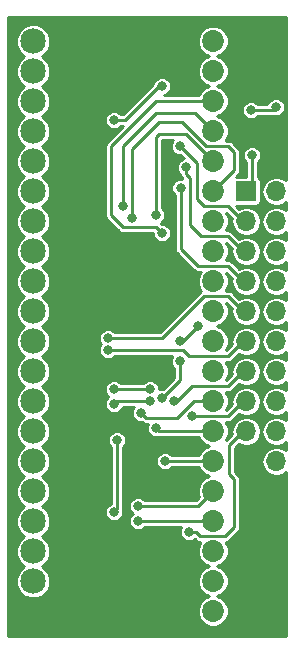
<source format=gbr>
G04 #@! TF.GenerationSoftware,KiCad,Pcbnew,(5.0.0)*
G04 #@! TF.CreationDate,2019-04-25T10:06:30+02:00*
G04 #@! TF.ProjectId,c64board,633634626F6172642E6B696361645F70,rev?*
G04 #@! TF.SameCoordinates,Original*
G04 #@! TF.FileFunction,Copper,L2,Bot,Signal*
G04 #@! TF.FilePolarity,Positive*
%FSLAX46Y46*%
G04 Gerber Fmt 4.6, Leading zero omitted, Abs format (unit mm)*
G04 Created by KiCad (PCBNEW (5.0.0)) date 04/25/19 10:06:30*
%MOMM*%
%LPD*%
G01*
G04 APERTURE LIST*
G04 #@! TA.AperFunction,ComponentPad*
%ADD10R,1.700000X1.700000*%
G04 #@! TD*
G04 #@! TA.AperFunction,ComponentPad*
%ADD11O,1.700000X1.700000*%
G04 #@! TD*
G04 #@! TA.AperFunction,ComponentPad*
%ADD12C,1.854200*%
G04 #@! TD*
G04 #@! TA.AperFunction,ComponentPad*
%ADD13C,2.159000*%
G04 #@! TD*
G04 #@! TA.AperFunction,ViaPad*
%ADD14C,0.800000*%
G04 #@! TD*
G04 #@! TA.AperFunction,Conductor*
%ADD15C,0.250000*%
G04 #@! TD*
G04 APERTURE END LIST*
D10*
G04 #@! TO.P,J1,1*
G04 #@! TO.N,DB7*
X152654000Y-68580000D03*
D11*
G04 #@! TO.P,J1,2*
G04 #@! TO.N,DB6*
X155194000Y-68580000D03*
G04 #@! TO.P,J1,3*
G04 #@! TO.N,DB5*
X152654000Y-71120000D03*
G04 #@! TO.P,J1,4*
G04 #@! TO.N,DB4*
X155194000Y-71120000D03*
G04 #@! TO.P,J1,5*
G04 #@! TO.N,DB3*
X152654000Y-73660000D03*
G04 #@! TO.P,J1,6*
G04 #@! TO.N,DB2*
X155194000Y-73660000D03*
G04 #@! TO.P,J1,7*
G04 #@! TO.N,DB1*
X152654000Y-76200000D03*
G04 #@! TO.P,J1,8*
G04 #@! TO.N,DB0*
X155194000Y-76200000D03*
G04 #@! TO.P,J1,9*
G04 #@! TO.N,DB11_A5*
X152654000Y-78740000D03*
G04 #@! TO.P,J1,10*
G04 #@! TO.N,DB10_A4*
X155194000Y-78740000D03*
G04 #@! TO.P,J1,11*
G04 #@! TO.N,DB9_A3*
X152654000Y-81280000D03*
G04 #@! TO.P,J1,12*
G04 #@! TO.N,DB8_A2*
X155194000Y-81280000D03*
G04 #@! TO.P,J1,13*
G04 #@! TO.N,A1*
X152654000Y-83820000D03*
G04 #@! TO.P,J1,14*
G04 #@! TO.N,A0*
X155194000Y-83820000D03*
G04 #@! TO.P,J1,15*
G04 #@! TO.N,CS*
X152654000Y-86360000D03*
G04 #@! TO.P,J1,16*
G04 #@! TO.N,RW*
X155194000Y-86360000D03*
G04 #@! TO.P,J1,17*
G04 #@! TO.N,BA*
X152654000Y-88900000D03*
G04 #@! TO.P,J1,18*
G04 #@! TO.N,AEC*
X155194000Y-88900000D03*
G04 #@! TO.P,J1,19*
G04 #@! TO.N,GND*
X152654000Y-91440000D03*
G04 #@! TO.P,J1,20*
G04 #@! TO.N,PHI0*
X155194000Y-91440000D03*
G04 #@! TD*
D12*
G04 #@! TO.P,U1,40*
G04 #@! TO.N,+5V*
X149860000Y-55880000D03*
G04 #@! TO.P,U1,39*
G04 #@! TO.N,Net-(U1-Pad39)*
X149860000Y-58420000D03*
G04 #@! TO.P,U1,38*
G04 #@! TO.N,Net-(U1-Pad38)*
X149860000Y-60960000D03*
G04 #@! TO.P,U1,37*
G04 #@! TO.N,Net-(U1-Pad37)*
X149860000Y-63500000D03*
G04 #@! TO.P,U1,36*
G04 #@! TO.N,Net-(U1-Pad36)*
X149860000Y-66040000D03*
G04 #@! TO.P,U1,35*
G04 #@! TO.N,Net-(U1-Pad35)*
X149860000Y-68580000D03*
G04 #@! TO.P,U1,34*
G04 #@! TO.N,Net-(U1-Pad34)*
X149860000Y-71120000D03*
G04 #@! TO.P,U1,33*
G04 #@! TO.N,Net-(U1-Pad33)*
X149860000Y-73660000D03*
G04 #@! TO.P,U1,32*
G04 #@! TO.N,Net-(U1-Pad32)*
X149860000Y-76200000D03*
G04 #@! TO.P,U1,31*
G04 #@! TO.N,Net-(U1-Pad31)*
X149860000Y-78740000D03*
G04 #@! TO.P,U1,30*
G04 #@! TO.N,Net-(U1-Pad30)*
X149860000Y-81280000D03*
G04 #@! TO.P,U1,29*
G04 #@! TO.N,Net-(U1-Pad29)*
X149860000Y-83820000D03*
G04 #@! TO.P,U1,28*
G04 #@! TO.N,Net-(U1-Pad28)*
X149860000Y-86360000D03*
G04 #@! TO.P,U1,27*
G04 #@! TO.N,Net-(U1-Pad27)*
X149860000Y-88900000D03*
G04 #@! TO.P,U1,26*
G04 #@! TO.N,Net-(U1-Pad26)*
X149860000Y-91440000D03*
G04 #@! TO.P,U1,25*
G04 #@! TO.N,Net-(U1-Pad25)*
X149860000Y-93980000D03*
G04 #@! TO.P,U1,24*
G04 #@! TO.N,Net-(U1-Pad24)*
X149860000Y-96520000D03*
G04 #@! TO.P,U1,23*
G04 #@! TO.N,Net-(U1-Pad23)*
X149860000Y-99060000D03*
G04 #@! TO.P,U1,22*
G04 #@! TO.N,Net-(U1-Pad22)*
X149860000Y-101600000D03*
G04 #@! TO.P,U1,21*
G04 #@! TO.N,Net-(U1-Pad21)*
X149860000Y-104140000D03*
D13*
G04 #@! TO.P,U1,20*
G04 #@! TO.N,GND*
X134620000Y-104140000D03*
G04 #@! TO.P,U1,19*
G04 #@! TO.N,Net-(U1-Pad19)*
X134620000Y-101600000D03*
G04 #@! TO.P,U1,18*
G04 #@! TO.N,Net-(U1-Pad18)*
X134620000Y-99060000D03*
G04 #@! TO.P,U1,17*
G04 #@! TO.N,Net-(U1-Pad17)*
X134620000Y-96520000D03*
G04 #@! TO.P,U1,16*
G04 #@! TO.N,Net-(U1-Pad16)*
X134620000Y-93980000D03*
G04 #@! TO.P,U1,15*
G04 #@! TO.N,Net-(U1-Pad15)*
X134620000Y-91440000D03*
G04 #@! TO.P,U1,14*
G04 #@! TO.N,Net-(U1-Pad14)*
X134620000Y-88900000D03*
G04 #@! TO.P,U1,13*
G04 #@! TO.N,Net-(U1-Pad13)*
X134620000Y-86360000D03*
G04 #@! TO.P,U1,12*
G04 #@! TO.N,Net-(U1-Pad12)*
X134620000Y-83820000D03*
G04 #@! TO.P,U1,11*
G04 #@! TO.N,Net-(U1-Pad11)*
X134620000Y-81280000D03*
G04 #@! TO.P,U1,9*
G04 #@! TO.N,Net-(U1-Pad9)*
X134620000Y-76200000D03*
G04 #@! TO.P,U1,8*
G04 #@! TO.N,Net-(U1-Pad8)*
X134620000Y-73660000D03*
G04 #@! TO.P,U1,7*
G04 #@! TO.N,Net-(U1-Pad7)*
X134620000Y-71120000D03*
G04 #@! TO.P,U1,6*
G04 #@! TO.N,Net-(U1-Pad6)*
X134620000Y-68580000D03*
G04 #@! TO.P,U1,5*
G04 #@! TO.N,Net-(U1-Pad5)*
X134620000Y-66040000D03*
G04 #@! TO.P,U1,4*
G04 #@! TO.N,Net-(U1-Pad4)*
X134620000Y-63500000D03*
G04 #@! TO.P,U1,3*
G04 #@! TO.N,Net-(U1-Pad3)*
X134620000Y-60960000D03*
G04 #@! TO.P,U1,2*
G04 #@! TO.N,Net-(U1-Pad2)*
X134620000Y-58420000D03*
G04 #@! TO.P,U1,1*
G04 #@! TO.N,Net-(U1-Pad1)*
X134620000Y-55880000D03*
G04 #@! TO.P,U1,10*
G04 #@! TO.N,Net-(U1-Pad10)*
X134620000Y-78740000D03*
G04 #@! TD*
D14*
G04 #@! TO.N,+5V*
X153040000Y-61722000D03*
X155194000Y-61468000D03*
G04 #@! TO.N,GND*
X141224000Y-98044000D03*
X141224000Y-99314000D03*
X154940000Y-64770000D03*
X142748000Y-93980000D03*
X140970000Y-83566000D03*
X137668000Y-68072000D03*
X140208000Y-59690000D03*
X154432000Y-54356000D03*
X140208000Y-76200000D03*
X140461990Y-91440000D03*
X146812000Y-59690000D03*
X143675381Y-79900991D03*
G04 #@! TO.N,DB7*
X152400000Y-68580000D03*
X153162000Y-65531996D03*
G04 #@! TO.N,DB5*
X147061338Y-64774658D03*
G04 #@! TO.N,DB3*
X147569347Y-66552653D03*
G04 #@! TO.N,DB1*
X147103000Y-68288725D03*
G04 #@! TO.N,DB11_A5*
X140970000Y-81026000D03*
G04 #@! TO.N,DB10_A4*
X147066000Y-81280000D03*
X148590000Y-80010000D03*
G04 #@! TO.N,DB9_A3*
X140970000Y-82042000D03*
G04 #@! TO.N,A1*
X146558000Y-86360000D03*
G04 #@! TO.N,CS*
X148077347Y-87625347D03*
G04 #@! TO.N,BA*
X147823347Y-97420000D03*
G04 #@! TO.N,AEC*
X141732002Y-89662000D03*
X141478000Y-95758000D03*
G04 #@! TO.N,Net-(U1-Pad39)*
X141478000Y-62570000D03*
X145542000Y-59690000D03*
G04 #@! TO.N,Net-(U1-Pad38)*
X145542000Y-72136000D03*
G04 #@! TO.N,Net-(U1-Pad37)*
X142240000Y-69850000D03*
G04 #@! TO.N,Net-(U1-Pad36)*
X145034000Y-70612000D03*
G04 #@! TO.N,Net-(U1-Pad35)*
X143002000Y-70866000D03*
G04 #@! TO.N,Net-(U1-Pad29)*
X144526000Y-85344000D03*
X141447979Y-85344000D03*
G04 #@! TO.N,Net-(U1-Pad28)*
X143764000Y-87376000D03*
G04 #@! TO.N,Net-(U1-Pad27)*
X145034000Y-88646000D03*
X144526000Y-86360000D03*
X141447979Y-86614000D03*
G04 #@! TO.N,Net-(U1-Pad26)*
X145796000Y-91440000D03*
X145542000Y-86069000D03*
X147021875Y-82980010D03*
G04 #@! TO.N,Net-(U1-Pad25)*
X143510000Y-95250000D03*
G04 #@! TO.N,Net-(U1-Pad24)*
X143510000Y-96520000D03*
G04 #@! TD*
D15*
G04 #@! TO.N,+5V*
X153040000Y-61722000D02*
X154940000Y-61722000D01*
X154940000Y-61722000D02*
X155194000Y-61468000D01*
G04 #@! TO.N,DB7*
X153162000Y-66040000D02*
X153162000Y-65531996D01*
X152400000Y-68580000D02*
X153162000Y-67818000D01*
X153162000Y-67818000D02*
X153162000Y-66040000D01*
G04 #@! TO.N,DB5*
X148481999Y-69233999D02*
X148481999Y-66195319D01*
X148481999Y-66195319D02*
X147461337Y-65174657D01*
X147461337Y-65174657D02*
X147061338Y-64774658D01*
X149080101Y-69832101D02*
X148481999Y-69233999D01*
X152400000Y-71120000D02*
X151112101Y-69832101D01*
X151112101Y-69832101D02*
X149080101Y-69832101D01*
G04 #@! TO.N,DB3*
X147885990Y-67434981D02*
X147885990Y-71431990D01*
X147569347Y-66552653D02*
X147569347Y-67118338D01*
X147569347Y-67118338D02*
X147885990Y-67434981D01*
X147885990Y-71431990D02*
X148844000Y-72390000D01*
X151130000Y-72390000D02*
X152400000Y-73660000D01*
X148844000Y-72390000D02*
X151130000Y-72390000D01*
G04 #@! TO.N,DB1*
X151112101Y-74912101D02*
X152400000Y-76200000D01*
X148572101Y-74912101D02*
X151112101Y-74912101D01*
X147103000Y-68288725D02*
X147103000Y-73443000D01*
X147103000Y-73443000D02*
X148572101Y-74912101D01*
G04 #@! TO.N,DB11_A5*
X145542000Y-81026000D02*
X140970000Y-81026000D01*
X149080101Y-77487899D02*
X145542000Y-81026000D01*
X152400000Y-78740000D02*
X151147899Y-77487899D01*
X151147899Y-77487899D02*
X149080101Y-77487899D01*
G04 #@! TO.N,DB10_A4*
X147066000Y-81280000D02*
X147320000Y-81280000D01*
X147320000Y-81280000D02*
X148590000Y-80010000D01*
G04 #@! TO.N,DB9_A3*
X141535685Y-82042000D02*
X140970000Y-82042000D01*
X152400000Y-81280000D02*
X151130000Y-82550000D01*
X151130000Y-82550000D02*
X147828000Y-82550000D01*
X147320000Y-82042000D02*
X141535685Y-82042000D01*
X147828000Y-82550000D02*
X147320000Y-82042000D01*
G04 #@! TO.N,A1*
X151112101Y-85107899D02*
X152400000Y-83820000D01*
X148064101Y-85107899D02*
X151112101Y-85107899D01*
X146558000Y-86360000D02*
X146812000Y-86360000D01*
X146812000Y-86360000D02*
X148064101Y-85107899D01*
G04 #@! TO.N,CS*
X151550001Y-87209999D02*
X152400000Y-86360000D01*
X151147899Y-87612101D02*
X151550001Y-87209999D01*
X149115899Y-87612101D02*
X151147899Y-87612101D01*
X149102653Y-87625347D02*
X149115899Y-87612101D01*
X148077347Y-87625347D02*
X149102653Y-87625347D01*
G04 #@! TO.N,BA*
X151224999Y-90075001D02*
X151550001Y-89749999D01*
X151224999Y-92550999D02*
X151224999Y-90075001D01*
X148389032Y-97420000D02*
X148759032Y-97790000D01*
X147823347Y-97420000D02*
X148389032Y-97420000D01*
X148759032Y-97790000D02*
X150876000Y-97790000D01*
X151550001Y-89749999D02*
X152400000Y-88900000D01*
X150876000Y-97790000D02*
X151638000Y-97028000D01*
X151638000Y-97028000D02*
X151638000Y-92964000D01*
X151638000Y-92964000D02*
X151224999Y-92550999D01*
G04 #@! TO.N,AEC*
X141732002Y-95503998D02*
X141478000Y-95758000D01*
X141732002Y-89662000D02*
X141732002Y-95503998D01*
G04 #@! TO.N,Net-(U1-Pad39)*
X145288000Y-59690000D02*
X145542000Y-59690000D01*
X141478000Y-62570000D02*
X142408000Y-62570000D01*
X142408000Y-62570000D02*
X145288000Y-59690000D01*
G04 #@! TO.N,Net-(U1-Pad38)*
X145034000Y-71628000D02*
X145542000Y-72136000D01*
X142240000Y-71628000D02*
X145034000Y-71628000D01*
X141224000Y-70612000D02*
X142240000Y-71628000D01*
X141224000Y-64770000D02*
X141224000Y-70612000D01*
X149860000Y-60960000D02*
X145034000Y-60960000D01*
X145034000Y-60960000D02*
X141224000Y-64770000D01*
G04 #@! TO.N,Net-(U1-Pad37)*
X142240000Y-69284315D02*
X142240000Y-69850000D01*
X142240000Y-64770000D02*
X142240000Y-69284315D01*
X145034000Y-61976000D02*
X142240000Y-64770000D01*
X149860000Y-63500000D02*
X148336000Y-61976000D01*
X148336000Y-61976000D02*
X145034000Y-61976000D01*
G04 #@! TO.N,Net-(U1-Pad36)*
X149860000Y-66040000D02*
X147574000Y-63754000D01*
X147574000Y-63754000D02*
X145288000Y-63754000D01*
X145034000Y-64008000D02*
X145034000Y-70046315D01*
X145034000Y-70046315D02*
X145034000Y-70612000D01*
X145288000Y-63754000D02*
X145034000Y-64008000D01*
G04 #@! TO.N,Net-(U1-Pad35)*
X147194410Y-62738000D02*
X145288000Y-62738000D01*
X145288000Y-62738000D02*
X143002000Y-65024000D01*
X143002000Y-65024000D02*
X143002000Y-70300315D01*
X151638000Y-65278000D02*
X151147899Y-64787899D01*
X149860000Y-68580000D02*
X151638000Y-66802000D01*
X151147899Y-64787899D02*
X149244309Y-64787899D01*
X149244309Y-64787899D02*
X147194410Y-62738000D01*
X143002000Y-70300315D02*
X143002000Y-70866000D01*
X151638000Y-66802000D02*
X151638000Y-65278000D01*
G04 #@! TO.N,Net-(U1-Pad29)*
X144526000Y-85344000D02*
X141447979Y-85344000D01*
G04 #@! TO.N,Net-(U1-Pad28)*
X148548883Y-86360000D02*
X149860000Y-86360000D01*
X148210410Y-86360000D02*
X148548883Y-86360000D01*
X146794411Y-87775999D02*
X148210410Y-86360000D01*
X144163999Y-87775999D02*
X146794411Y-87775999D01*
X143764000Y-87376000D02*
X144163999Y-87775999D01*
G04 #@! TO.N,Net-(U1-Pad27)*
X149860000Y-88900000D02*
X145288000Y-88900000D01*
X145288000Y-88900000D02*
X145034000Y-88646000D01*
X141701979Y-86360000D02*
X141447979Y-86614000D01*
X144526000Y-86360000D02*
X141701979Y-86360000D01*
G04 #@! TO.N,Net-(U1-Pad26)*
X149860000Y-91440000D02*
X145796000Y-91440000D01*
X145542000Y-86069000D02*
X147021875Y-84589125D01*
X147021875Y-84589125D02*
X147021875Y-83545695D01*
X147021875Y-83545695D02*
X147021875Y-82980010D01*
G04 #@! TO.N,Net-(U1-Pad25)*
X149860000Y-93980000D02*
X148590000Y-95250000D01*
X148590000Y-95250000D02*
X143510000Y-95250000D01*
G04 #@! TO.N,Net-(U1-Pad24)*
X149860000Y-96520000D02*
X143510000Y-96520000D01*
G04 #@! TD*
G04 #@! TO.N,GND*
G36*
X156014000Y-67654611D02*
X155671971Y-67426075D01*
X155314652Y-67355000D01*
X155073348Y-67355000D01*
X154716029Y-67426075D01*
X154310824Y-67696824D01*
X154040075Y-68102029D01*
X153945001Y-68580000D01*
X154040075Y-69057971D01*
X154310824Y-69463176D01*
X154716029Y-69733925D01*
X155073348Y-69805000D01*
X155314652Y-69805000D01*
X155671971Y-69733925D01*
X156014000Y-69505389D01*
X156014000Y-70194611D01*
X155671971Y-69966075D01*
X155314652Y-69895000D01*
X155073348Y-69895000D01*
X154716029Y-69966075D01*
X154310824Y-70236824D01*
X154040075Y-70642029D01*
X153945001Y-71120000D01*
X154040075Y-71597971D01*
X154310824Y-72003176D01*
X154716029Y-72273925D01*
X155073348Y-72345000D01*
X155314652Y-72345000D01*
X155671971Y-72273925D01*
X156014000Y-72045389D01*
X156014000Y-72734611D01*
X155671971Y-72506075D01*
X155314652Y-72435000D01*
X155073348Y-72435000D01*
X154716029Y-72506075D01*
X154310824Y-72776824D01*
X154040075Y-73182029D01*
X153945001Y-73660000D01*
X154040075Y-74137971D01*
X154310824Y-74543176D01*
X154716029Y-74813925D01*
X155073348Y-74885000D01*
X155314652Y-74885000D01*
X155671971Y-74813925D01*
X156014000Y-74585389D01*
X156014000Y-75274611D01*
X155671971Y-75046075D01*
X155314652Y-74975000D01*
X155073348Y-74975000D01*
X154716029Y-75046075D01*
X154310824Y-75316824D01*
X154040075Y-75722029D01*
X153945001Y-76200000D01*
X154040075Y-76677971D01*
X154310824Y-77083176D01*
X154716029Y-77353925D01*
X155073348Y-77425000D01*
X155314652Y-77425000D01*
X155671971Y-77353925D01*
X156014000Y-77125389D01*
X156014000Y-77814612D01*
X155671971Y-77586075D01*
X155314652Y-77515000D01*
X155073348Y-77515000D01*
X154716029Y-77586075D01*
X154310824Y-77856824D01*
X154040075Y-78262029D01*
X153945001Y-78740000D01*
X154040075Y-79217971D01*
X154310824Y-79623176D01*
X154716029Y-79893925D01*
X155073348Y-79965000D01*
X155314652Y-79965000D01*
X155671971Y-79893925D01*
X156014000Y-79665388D01*
X156014001Y-80354612D01*
X155671971Y-80126075D01*
X155314652Y-80055000D01*
X155073348Y-80055000D01*
X154716029Y-80126075D01*
X154310824Y-80396824D01*
X154040075Y-80802029D01*
X153945001Y-81280000D01*
X154040075Y-81757971D01*
X154310824Y-82163176D01*
X154716029Y-82433925D01*
X155073348Y-82505000D01*
X155314652Y-82505000D01*
X155671971Y-82433925D01*
X156014001Y-82205388D01*
X156014001Y-82894612D01*
X155671971Y-82666075D01*
X155314652Y-82595000D01*
X155073348Y-82595000D01*
X154716029Y-82666075D01*
X154310824Y-82936824D01*
X154040075Y-83342029D01*
X153945001Y-83820000D01*
X154040075Y-84297971D01*
X154310824Y-84703176D01*
X154716029Y-84973925D01*
X155073348Y-85045000D01*
X155314652Y-85045000D01*
X155671971Y-84973925D01*
X156014001Y-84745388D01*
X156014001Y-85434612D01*
X155671971Y-85206075D01*
X155314652Y-85135000D01*
X155073348Y-85135000D01*
X154716029Y-85206075D01*
X154310824Y-85476824D01*
X154040075Y-85882029D01*
X153945001Y-86360000D01*
X154040075Y-86837971D01*
X154310824Y-87243176D01*
X154716029Y-87513925D01*
X155073348Y-87585000D01*
X155314652Y-87585000D01*
X155671971Y-87513925D01*
X156014001Y-87285388D01*
X156014001Y-87974612D01*
X155671971Y-87746075D01*
X155314652Y-87675000D01*
X155073348Y-87675000D01*
X154716029Y-87746075D01*
X154310824Y-88016824D01*
X154040075Y-88422029D01*
X153945001Y-88900000D01*
X154040075Y-89377971D01*
X154310824Y-89783176D01*
X154716029Y-90053925D01*
X155073348Y-90125000D01*
X155314652Y-90125000D01*
X155671971Y-90053925D01*
X156014001Y-89825388D01*
X156014001Y-90514612D01*
X155671971Y-90286075D01*
X155314652Y-90215000D01*
X155073348Y-90215000D01*
X154716029Y-90286075D01*
X154310824Y-90556824D01*
X154040075Y-90962029D01*
X153945001Y-91440000D01*
X154040075Y-91917971D01*
X154310824Y-92323176D01*
X154716029Y-92593925D01*
X155073348Y-92665000D01*
X155314652Y-92665000D01*
X155671971Y-92593925D01*
X156014001Y-92365388D01*
X156014001Y-106230000D01*
X132530000Y-106230000D01*
X132530000Y-55590682D01*
X133165500Y-55590682D01*
X133165500Y-56169318D01*
X133386935Y-56703908D01*
X133796092Y-57113065D01*
X133885261Y-57150000D01*
X133796092Y-57186935D01*
X133386935Y-57596092D01*
X133165500Y-58130682D01*
X133165500Y-58709318D01*
X133386935Y-59243908D01*
X133796092Y-59653065D01*
X133885261Y-59690000D01*
X133796092Y-59726935D01*
X133386935Y-60136092D01*
X133165500Y-60670682D01*
X133165500Y-61249318D01*
X133386935Y-61783908D01*
X133796092Y-62193065D01*
X133885261Y-62230000D01*
X133796092Y-62266935D01*
X133386935Y-62676092D01*
X133165500Y-63210682D01*
X133165500Y-63789318D01*
X133386935Y-64323908D01*
X133796092Y-64733065D01*
X133885261Y-64770000D01*
X133796092Y-64806935D01*
X133386935Y-65216092D01*
X133165500Y-65750682D01*
X133165500Y-66329318D01*
X133386935Y-66863908D01*
X133796092Y-67273065D01*
X133885261Y-67310000D01*
X133796092Y-67346935D01*
X133386935Y-67756092D01*
X133165500Y-68290682D01*
X133165500Y-68869318D01*
X133386935Y-69403908D01*
X133796092Y-69813065D01*
X133885261Y-69850000D01*
X133796092Y-69886935D01*
X133386935Y-70296092D01*
X133165500Y-70830682D01*
X133165500Y-71409318D01*
X133386935Y-71943908D01*
X133796092Y-72353065D01*
X133885261Y-72390000D01*
X133796092Y-72426935D01*
X133386935Y-72836092D01*
X133165500Y-73370682D01*
X133165500Y-73949318D01*
X133386935Y-74483908D01*
X133796092Y-74893065D01*
X133885261Y-74930000D01*
X133796092Y-74966935D01*
X133386935Y-75376092D01*
X133165500Y-75910682D01*
X133165500Y-76489318D01*
X133386935Y-77023908D01*
X133796092Y-77433065D01*
X133885261Y-77470000D01*
X133796092Y-77506935D01*
X133386935Y-77916092D01*
X133165500Y-78450682D01*
X133165500Y-79029318D01*
X133386935Y-79563908D01*
X133796092Y-79973065D01*
X133885261Y-80010000D01*
X133796092Y-80046935D01*
X133386935Y-80456092D01*
X133165500Y-80990682D01*
X133165500Y-81569318D01*
X133386935Y-82103908D01*
X133796092Y-82513065D01*
X133885261Y-82550000D01*
X133796092Y-82586935D01*
X133386935Y-82996092D01*
X133165500Y-83530682D01*
X133165500Y-84109318D01*
X133386935Y-84643908D01*
X133796092Y-85053065D01*
X133885261Y-85090000D01*
X133796092Y-85126935D01*
X133386935Y-85536092D01*
X133165500Y-86070682D01*
X133165500Y-86649318D01*
X133386935Y-87183908D01*
X133796092Y-87593065D01*
X133885261Y-87630000D01*
X133796092Y-87666935D01*
X133386935Y-88076092D01*
X133165500Y-88610682D01*
X133165500Y-89189318D01*
X133386935Y-89723908D01*
X133796092Y-90133065D01*
X133885261Y-90170000D01*
X133796092Y-90206935D01*
X133386935Y-90616092D01*
X133165500Y-91150682D01*
X133165500Y-91729318D01*
X133386935Y-92263908D01*
X133796092Y-92673065D01*
X133885261Y-92710000D01*
X133796092Y-92746935D01*
X133386935Y-93156092D01*
X133165500Y-93690682D01*
X133165500Y-94269318D01*
X133386935Y-94803908D01*
X133796092Y-95213065D01*
X133885261Y-95250000D01*
X133796092Y-95286935D01*
X133386935Y-95696092D01*
X133165500Y-96230682D01*
X133165500Y-96809318D01*
X133386935Y-97343908D01*
X133796092Y-97753065D01*
X133885261Y-97790000D01*
X133796092Y-97826935D01*
X133386935Y-98236092D01*
X133165500Y-98770682D01*
X133165500Y-99349318D01*
X133386935Y-99883908D01*
X133796092Y-100293065D01*
X133885261Y-100330000D01*
X133796092Y-100366935D01*
X133386935Y-100776092D01*
X133165500Y-101310682D01*
X133165500Y-101889318D01*
X133386935Y-102423908D01*
X133796092Y-102833065D01*
X134330682Y-103054500D01*
X134909318Y-103054500D01*
X135443908Y-102833065D01*
X135853065Y-102423908D01*
X136074500Y-101889318D01*
X136074500Y-101310682D01*
X135853065Y-100776092D01*
X135443908Y-100366935D01*
X135354739Y-100330000D01*
X135443908Y-100293065D01*
X135853065Y-99883908D01*
X136074500Y-99349318D01*
X136074500Y-98770682D01*
X135853065Y-98236092D01*
X135443908Y-97826935D01*
X135354739Y-97790000D01*
X135443908Y-97753065D01*
X135853065Y-97343908D01*
X136074500Y-96809318D01*
X136074500Y-96230682D01*
X135853065Y-95696092D01*
X135760816Y-95603843D01*
X140703000Y-95603843D01*
X140703000Y-95912157D01*
X140820987Y-96197002D01*
X141038998Y-96415013D01*
X141323843Y-96533000D01*
X141632157Y-96533000D01*
X141917002Y-96415013D01*
X142135013Y-96197002D01*
X142253000Y-95912157D01*
X142253000Y-95603843D01*
X142232014Y-95553179D01*
X142241797Y-95503999D01*
X142232002Y-95454757D01*
X142232002Y-90258015D01*
X142389015Y-90101002D01*
X142507002Y-89816157D01*
X142507002Y-89507843D01*
X142389015Y-89222998D01*
X142171004Y-89004987D01*
X141886159Y-88887000D01*
X141577845Y-88887000D01*
X141293000Y-89004987D01*
X141074989Y-89222998D01*
X140957002Y-89507843D01*
X140957002Y-89816157D01*
X141074989Y-90101002D01*
X141232002Y-90258015D01*
X141232003Y-95021042D01*
X141038998Y-95100987D01*
X140820987Y-95318998D01*
X140703000Y-95603843D01*
X135760816Y-95603843D01*
X135443908Y-95286935D01*
X135354739Y-95250000D01*
X135443908Y-95213065D01*
X135853065Y-94803908D01*
X136074500Y-94269318D01*
X136074500Y-93690682D01*
X135853065Y-93156092D01*
X135443908Y-92746935D01*
X135354739Y-92710000D01*
X135443908Y-92673065D01*
X135853065Y-92263908D01*
X136074500Y-91729318D01*
X136074500Y-91150682D01*
X135853065Y-90616092D01*
X135443908Y-90206935D01*
X135354739Y-90170000D01*
X135443908Y-90133065D01*
X135853065Y-89723908D01*
X136074500Y-89189318D01*
X136074500Y-88610682D01*
X135853065Y-88076092D01*
X135443908Y-87666935D01*
X135354739Y-87630000D01*
X135443908Y-87593065D01*
X135853065Y-87183908D01*
X136074500Y-86649318D01*
X136074500Y-86070682D01*
X135853065Y-85536092D01*
X135443908Y-85126935D01*
X135354739Y-85090000D01*
X135443908Y-85053065D01*
X135853065Y-84643908D01*
X136074500Y-84109318D01*
X136074500Y-83530682D01*
X135853065Y-82996092D01*
X135443908Y-82586935D01*
X135354739Y-82550000D01*
X135443908Y-82513065D01*
X135853065Y-82103908D01*
X136074500Y-81569318D01*
X136074500Y-80990682D01*
X136025276Y-80871843D01*
X140195000Y-80871843D01*
X140195000Y-81180157D01*
X140312987Y-81465002D01*
X140381985Y-81534000D01*
X140312987Y-81602998D01*
X140195000Y-81887843D01*
X140195000Y-82196157D01*
X140312987Y-82481002D01*
X140530998Y-82699013D01*
X140815843Y-82817000D01*
X141124157Y-82817000D01*
X141409002Y-82699013D01*
X141566015Y-82542000D01*
X146364451Y-82542000D01*
X146246875Y-82825853D01*
X146246875Y-83134167D01*
X146364862Y-83419012D01*
X146521875Y-83576025D01*
X146521875Y-83594937D01*
X146521876Y-83594942D01*
X146521875Y-84382018D01*
X145609894Y-85294000D01*
X145387843Y-85294000D01*
X145301000Y-85329972D01*
X145301000Y-85189843D01*
X145183013Y-84904998D01*
X144965002Y-84686987D01*
X144680157Y-84569000D01*
X144371843Y-84569000D01*
X144086998Y-84686987D01*
X143929985Y-84844000D01*
X142043994Y-84844000D01*
X141886981Y-84686987D01*
X141602136Y-84569000D01*
X141293822Y-84569000D01*
X141008977Y-84686987D01*
X140790966Y-84904998D01*
X140672979Y-85189843D01*
X140672979Y-85498157D01*
X140790966Y-85783002D01*
X140986964Y-85979000D01*
X140790966Y-86174998D01*
X140672979Y-86459843D01*
X140672979Y-86768157D01*
X140790966Y-87053002D01*
X141008977Y-87271013D01*
X141293822Y-87389000D01*
X141602136Y-87389000D01*
X141886981Y-87271013D01*
X142104992Y-87053002D01*
X142184936Y-86860000D01*
X143183985Y-86860000D01*
X143106987Y-86936998D01*
X142989000Y-87221843D01*
X142989000Y-87530157D01*
X143106987Y-87815002D01*
X143324998Y-88033013D01*
X143609843Y-88151000D01*
X143825251Y-88151000D01*
X143968909Y-88246988D01*
X144114756Y-88275999D01*
X144114757Y-88275999D01*
X144163998Y-88285794D01*
X144213240Y-88275999D01*
X144348406Y-88275999D01*
X144259000Y-88491843D01*
X144259000Y-88800157D01*
X144376987Y-89085002D01*
X144594998Y-89303013D01*
X144879843Y-89421000D01*
X145188157Y-89421000D01*
X145238824Y-89400013D01*
X145287999Y-89409795D01*
X145337240Y-89400000D01*
X148657724Y-89400000D01*
X148756133Y-89637581D01*
X149122419Y-90003867D01*
X149523500Y-90170000D01*
X149122419Y-90336133D01*
X148756133Y-90702419D01*
X148657724Y-90940000D01*
X146392015Y-90940000D01*
X146235002Y-90782987D01*
X145950157Y-90665000D01*
X145641843Y-90665000D01*
X145356998Y-90782987D01*
X145138987Y-91000998D01*
X145021000Y-91285843D01*
X145021000Y-91594157D01*
X145138987Y-91879002D01*
X145356998Y-92097013D01*
X145641843Y-92215000D01*
X145950157Y-92215000D01*
X146235002Y-92097013D01*
X146392015Y-91940000D01*
X148657724Y-91940000D01*
X148756133Y-92177581D01*
X149122419Y-92543867D01*
X149523500Y-92710000D01*
X149122419Y-92876133D01*
X148756133Y-93242419D01*
X148557900Y-93720996D01*
X148557900Y-94239004D01*
X148656309Y-94476585D01*
X148382894Y-94750000D01*
X144106015Y-94750000D01*
X143949002Y-94592987D01*
X143664157Y-94475000D01*
X143355843Y-94475000D01*
X143070998Y-94592987D01*
X142852987Y-94810998D01*
X142735000Y-95095843D01*
X142735000Y-95404157D01*
X142852987Y-95689002D01*
X143048985Y-95885000D01*
X142852987Y-96080998D01*
X142735000Y-96365843D01*
X142735000Y-96674157D01*
X142852987Y-96959002D01*
X143070998Y-97177013D01*
X143355843Y-97295000D01*
X143664157Y-97295000D01*
X143949002Y-97177013D01*
X144106015Y-97020000D01*
X147150179Y-97020000D01*
X147048347Y-97265843D01*
X147048347Y-97574157D01*
X147166334Y-97859002D01*
X147384345Y-98077013D01*
X147669190Y-98195000D01*
X147977504Y-98195000D01*
X148262349Y-98077013D01*
X148300644Y-98038718D01*
X148370657Y-98108732D01*
X148398552Y-98150480D01*
X148563942Y-98260989D01*
X148709789Y-98290000D01*
X148709790Y-98290000D01*
X148759031Y-98299795D01*
X148783655Y-98294897D01*
X148756133Y-98322419D01*
X148557900Y-98800996D01*
X148557900Y-99319004D01*
X148756133Y-99797581D01*
X149122419Y-100163867D01*
X149523500Y-100330000D01*
X149122419Y-100496133D01*
X148756133Y-100862419D01*
X148557900Y-101340996D01*
X148557900Y-101859004D01*
X148756133Y-102337581D01*
X149122419Y-102703867D01*
X149523500Y-102870000D01*
X149122419Y-103036133D01*
X148756133Y-103402419D01*
X148557900Y-103880996D01*
X148557900Y-104399004D01*
X148756133Y-104877581D01*
X149122419Y-105243867D01*
X149600996Y-105442100D01*
X150119004Y-105442100D01*
X150597581Y-105243867D01*
X150963867Y-104877581D01*
X151162100Y-104399004D01*
X151162100Y-103880996D01*
X150963867Y-103402419D01*
X150597581Y-103036133D01*
X150196500Y-102870000D01*
X150597581Y-102703867D01*
X150963867Y-102337581D01*
X151162100Y-101859004D01*
X151162100Y-101340996D01*
X150963867Y-100862419D01*
X150597581Y-100496133D01*
X150196500Y-100330000D01*
X150597581Y-100163867D01*
X150963867Y-99797581D01*
X151162100Y-99319004D01*
X151162100Y-98800996D01*
X150963867Y-98322419D01*
X150930419Y-98288971D01*
X151071090Y-98260989D01*
X151236480Y-98150480D01*
X151264376Y-98108730D01*
X151956733Y-97416374D01*
X151998480Y-97388480D01*
X152108989Y-97223090D01*
X152138000Y-97077243D01*
X152138000Y-97077242D01*
X152147795Y-97028000D01*
X152138000Y-96978757D01*
X152138000Y-93013243D01*
X152147795Y-92964000D01*
X152108989Y-92768910D01*
X152091075Y-92742100D01*
X151998480Y-92603520D01*
X151956732Y-92575625D01*
X151724999Y-92343893D01*
X151724999Y-90282107D01*
X151938374Y-90068733D01*
X151938376Y-90068730D01*
X152042441Y-89964665D01*
X152176029Y-90053925D01*
X152533348Y-90125000D01*
X152774652Y-90125000D01*
X153131971Y-90053925D01*
X153537176Y-89783176D01*
X153807925Y-89377971D01*
X153902999Y-88900000D01*
X153807925Y-88422029D01*
X153537176Y-88016824D01*
X153131971Y-87746075D01*
X152774652Y-87675000D01*
X152533348Y-87675000D01*
X152176029Y-87746075D01*
X151770824Y-88016824D01*
X151500075Y-88422029D01*
X151405001Y-88900000D01*
X151452765Y-89140128D01*
X151231270Y-89361624D01*
X151231267Y-89361626D01*
X150969916Y-89622978D01*
X151162100Y-89159004D01*
X151162100Y-88640996D01*
X150963867Y-88162419D01*
X150913549Y-88112101D01*
X151098658Y-88112101D01*
X151147899Y-88121896D01*
X151197140Y-88112101D01*
X151197142Y-88112101D01*
X151342989Y-88083090D01*
X151508379Y-87972581D01*
X151536275Y-87930831D01*
X151938374Y-87528733D01*
X151938376Y-87528730D01*
X152042441Y-87424665D01*
X152176029Y-87513925D01*
X152533348Y-87585000D01*
X152774652Y-87585000D01*
X153131971Y-87513925D01*
X153537176Y-87243176D01*
X153807925Y-86837971D01*
X153902999Y-86360000D01*
X153807925Y-85882029D01*
X153537176Y-85476824D01*
X153131971Y-85206075D01*
X152774652Y-85135000D01*
X152533348Y-85135000D01*
X152176029Y-85206075D01*
X151770824Y-85476824D01*
X151500075Y-85882029D01*
X151405001Y-86360000D01*
X151452765Y-86600128D01*
X151231270Y-86821624D01*
X151231267Y-86821626D01*
X150969916Y-87082978D01*
X151162100Y-86619004D01*
X151162100Y-86100996D01*
X150963867Y-85622419D01*
X150949347Y-85607899D01*
X151062860Y-85607899D01*
X151112101Y-85617694D01*
X151161342Y-85607899D01*
X151161344Y-85607899D01*
X151307191Y-85578888D01*
X151472581Y-85468379D01*
X151500477Y-85426629D01*
X152042442Y-84884665D01*
X152176029Y-84973925D01*
X152533348Y-85045000D01*
X152774652Y-85045000D01*
X153131971Y-84973925D01*
X153537176Y-84703176D01*
X153807925Y-84297971D01*
X153902999Y-83820000D01*
X153807925Y-83342029D01*
X153537176Y-82936824D01*
X153131971Y-82666075D01*
X152774652Y-82595000D01*
X152533348Y-82595000D01*
X152176029Y-82666075D01*
X151770824Y-82936824D01*
X151500075Y-83342029D01*
X151405001Y-83820000D01*
X151452765Y-84060128D01*
X150969916Y-84542978D01*
X151162100Y-84079004D01*
X151162100Y-83560996D01*
X150963867Y-83082419D01*
X150931448Y-83050000D01*
X151080759Y-83050000D01*
X151130000Y-83059795D01*
X151179241Y-83050000D01*
X151179243Y-83050000D01*
X151325090Y-83020989D01*
X151490480Y-82910480D01*
X151518376Y-82868730D01*
X152042442Y-82344665D01*
X152176029Y-82433925D01*
X152533348Y-82505000D01*
X152774652Y-82505000D01*
X153131971Y-82433925D01*
X153537176Y-82163176D01*
X153807925Y-81757971D01*
X153902999Y-81280000D01*
X153807925Y-80802029D01*
X153537176Y-80396824D01*
X153131971Y-80126075D01*
X152774652Y-80055000D01*
X152533348Y-80055000D01*
X152176029Y-80126075D01*
X151770824Y-80396824D01*
X151500075Y-80802029D01*
X151405001Y-81280000D01*
X151452765Y-81520128D01*
X150969916Y-82002978D01*
X151162100Y-81539004D01*
X151162100Y-81020996D01*
X150963867Y-80542419D01*
X150597581Y-80176133D01*
X150196500Y-80010000D01*
X150597581Y-79843867D01*
X150963867Y-79477581D01*
X151162100Y-78999004D01*
X151162100Y-78480996D01*
X150969916Y-78017022D01*
X151452765Y-78499872D01*
X151405001Y-78740000D01*
X151500075Y-79217971D01*
X151770824Y-79623176D01*
X152176029Y-79893925D01*
X152533348Y-79965000D01*
X152774652Y-79965000D01*
X153131971Y-79893925D01*
X153537176Y-79623176D01*
X153807925Y-79217971D01*
X153902999Y-78740000D01*
X153807925Y-78262029D01*
X153537176Y-77856824D01*
X153131971Y-77586075D01*
X152774652Y-77515000D01*
X152533348Y-77515000D01*
X152176029Y-77586075D01*
X152042442Y-77675335D01*
X151536275Y-77169169D01*
X151508379Y-77127419D01*
X151342989Y-77016910D01*
X151197142Y-76987899D01*
X151197140Y-76987899D01*
X151147899Y-76978104D01*
X151098658Y-76987899D01*
X150913549Y-76987899D01*
X150963867Y-76937581D01*
X151162100Y-76459004D01*
X151162100Y-75940996D01*
X150969916Y-75477022D01*
X151452765Y-75959872D01*
X151405001Y-76200000D01*
X151500075Y-76677971D01*
X151770824Y-77083176D01*
X152176029Y-77353925D01*
X152533348Y-77425000D01*
X152774652Y-77425000D01*
X153131971Y-77353925D01*
X153537176Y-77083176D01*
X153807925Y-76677971D01*
X153902999Y-76200000D01*
X153807925Y-75722029D01*
X153537176Y-75316824D01*
X153131971Y-75046075D01*
X152774652Y-74975000D01*
X152533348Y-74975000D01*
X152176029Y-75046075D01*
X152042442Y-75135335D01*
X151500477Y-74593371D01*
X151472581Y-74551621D01*
X151307191Y-74441112D01*
X151161344Y-74412101D01*
X151161342Y-74412101D01*
X151112101Y-74402306D01*
X151062860Y-74412101D01*
X150949347Y-74412101D01*
X150963867Y-74397581D01*
X151162100Y-73919004D01*
X151162100Y-73400996D01*
X150969916Y-72937022D01*
X151452765Y-73419872D01*
X151405001Y-73660000D01*
X151500075Y-74137971D01*
X151770824Y-74543176D01*
X152176029Y-74813925D01*
X152533348Y-74885000D01*
X152774652Y-74885000D01*
X153131971Y-74813925D01*
X153537176Y-74543176D01*
X153807925Y-74137971D01*
X153902999Y-73660000D01*
X153807925Y-73182029D01*
X153537176Y-72776824D01*
X153131971Y-72506075D01*
X152774652Y-72435000D01*
X152533348Y-72435000D01*
X152176029Y-72506075D01*
X152042442Y-72595335D01*
X151518376Y-72071270D01*
X151490480Y-72029520D01*
X151325090Y-71919011D01*
X151179243Y-71890000D01*
X151179241Y-71890000D01*
X151130000Y-71880205D01*
X151080759Y-71890000D01*
X150931448Y-71890000D01*
X150963867Y-71857581D01*
X151162100Y-71379004D01*
X151162100Y-70860996D01*
X150969916Y-70397022D01*
X151452765Y-70879872D01*
X151405001Y-71120000D01*
X151500075Y-71597971D01*
X151770824Y-72003176D01*
X152176029Y-72273925D01*
X152533348Y-72345000D01*
X152774652Y-72345000D01*
X153131971Y-72273925D01*
X153537176Y-72003176D01*
X153807925Y-71597971D01*
X153902999Y-71120000D01*
X153807925Y-70642029D01*
X153537176Y-70236824D01*
X153131971Y-69966075D01*
X152774652Y-69895000D01*
X152533348Y-69895000D01*
X152176029Y-69966075D01*
X152042442Y-70055335D01*
X151798323Y-69811217D01*
X151804000Y-69812346D01*
X153504000Y-69812346D01*
X153650317Y-69783242D01*
X153774359Y-69700359D01*
X153857242Y-69576317D01*
X153886346Y-69430000D01*
X153886346Y-67730000D01*
X153857242Y-67583683D01*
X153774359Y-67459641D01*
X153662000Y-67384564D01*
X153662000Y-66128011D01*
X153819013Y-65970998D01*
X153937000Y-65686153D01*
X153937000Y-65377839D01*
X153819013Y-65092994D01*
X153601002Y-64874983D01*
X153316157Y-64756996D01*
X153007843Y-64756996D01*
X152722998Y-64874983D01*
X152504987Y-65092994D01*
X152387000Y-65377839D01*
X152387000Y-65686153D01*
X152504987Y-65970998D01*
X152662001Y-66128012D01*
X152662000Y-67347654D01*
X151804000Y-67347654D01*
X151798324Y-67348783D01*
X151956733Y-67190374D01*
X151998480Y-67162480D01*
X152108989Y-66997090D01*
X152138000Y-66851243D01*
X152138000Y-66851242D01*
X152147795Y-66802000D01*
X152138000Y-66752757D01*
X152138000Y-65327240D01*
X152147795Y-65277999D01*
X152127560Y-65176272D01*
X152108989Y-65082910D01*
X151998480Y-64917520D01*
X151956732Y-64889625D01*
X151536275Y-64469169D01*
X151508379Y-64427419D01*
X151342989Y-64316910D01*
X151197142Y-64287899D01*
X151197140Y-64287899D01*
X151147899Y-64278104D01*
X151098658Y-64287899D01*
X150913549Y-64287899D01*
X150963867Y-64237581D01*
X151162100Y-63759004D01*
X151162100Y-63240996D01*
X150963867Y-62762419D01*
X150597581Y-62396133D01*
X150196500Y-62230000D01*
X150597581Y-62063867D01*
X150963867Y-61697581D01*
X151017606Y-61567843D01*
X152265000Y-61567843D01*
X152265000Y-61876157D01*
X152382987Y-62161002D01*
X152600998Y-62379013D01*
X152885843Y-62497000D01*
X153194157Y-62497000D01*
X153479002Y-62379013D01*
X153636015Y-62222000D01*
X154890759Y-62222000D01*
X154940000Y-62231795D01*
X154989176Y-62222013D01*
X155039843Y-62243000D01*
X155348157Y-62243000D01*
X155633002Y-62125013D01*
X155851013Y-61907002D01*
X155969000Y-61622157D01*
X155969000Y-61313843D01*
X155851013Y-61028998D01*
X155633002Y-60810987D01*
X155348157Y-60693000D01*
X155039843Y-60693000D01*
X154754998Y-60810987D01*
X154536987Y-61028998D01*
X154457043Y-61222000D01*
X153636015Y-61222000D01*
X153479002Y-61064987D01*
X153194157Y-60947000D01*
X152885843Y-60947000D01*
X152600998Y-61064987D01*
X152382987Y-61282998D01*
X152265000Y-61567843D01*
X151017606Y-61567843D01*
X151162100Y-61219004D01*
X151162100Y-60700996D01*
X150963867Y-60222419D01*
X150597581Y-59856133D01*
X150196500Y-59690000D01*
X150597581Y-59523867D01*
X150963867Y-59157581D01*
X151162100Y-58679004D01*
X151162100Y-58160996D01*
X150963867Y-57682419D01*
X150597581Y-57316133D01*
X150196500Y-57150000D01*
X150597581Y-56983867D01*
X150963867Y-56617581D01*
X151162100Y-56139004D01*
X151162100Y-55620996D01*
X150963867Y-55142419D01*
X150597581Y-54776133D01*
X150119004Y-54577900D01*
X149600996Y-54577900D01*
X149122419Y-54776133D01*
X148756133Y-55142419D01*
X148557900Y-55620996D01*
X148557900Y-56139004D01*
X148756133Y-56617581D01*
X149122419Y-56983867D01*
X149523500Y-57150000D01*
X149122419Y-57316133D01*
X148756133Y-57682419D01*
X148557900Y-58160996D01*
X148557900Y-58679004D01*
X148756133Y-59157581D01*
X149122419Y-59523867D01*
X149523500Y-59690000D01*
X149122419Y-59856133D01*
X148756133Y-60222419D01*
X148657724Y-60460000D01*
X145708228Y-60460000D01*
X145981002Y-60347013D01*
X146199013Y-60129002D01*
X146317000Y-59844157D01*
X146317000Y-59535843D01*
X146199013Y-59250998D01*
X145981002Y-59032987D01*
X145696157Y-58915000D01*
X145387843Y-58915000D01*
X145102998Y-59032987D01*
X144884987Y-59250998D01*
X144789592Y-59481301D01*
X142200894Y-62070000D01*
X142074015Y-62070000D01*
X141917002Y-61912987D01*
X141632157Y-61795000D01*
X141323843Y-61795000D01*
X141038998Y-61912987D01*
X140820987Y-62130998D01*
X140703000Y-62415843D01*
X140703000Y-62724157D01*
X140820987Y-63009002D01*
X141038998Y-63227013D01*
X141323843Y-63345000D01*
X141632157Y-63345000D01*
X141917002Y-63227013D01*
X142074015Y-63070000D01*
X142216894Y-63070000D01*
X140905271Y-64381623D01*
X140863520Y-64409520D01*
X140753011Y-64574911D01*
X140724000Y-64720757D01*
X140714205Y-64770000D01*
X140724000Y-64819241D01*
X140724001Y-70562754D01*
X140714205Y-70612000D01*
X140753012Y-70807090D01*
X140863521Y-70972480D01*
X140905268Y-71000374D01*
X141851625Y-71946732D01*
X141879520Y-71988480D01*
X142044910Y-72098989D01*
X142190757Y-72128000D01*
X142190758Y-72128000D01*
X142240000Y-72137795D01*
X142289241Y-72128000D01*
X144767000Y-72128000D01*
X144767000Y-72290157D01*
X144884987Y-72575002D01*
X145102998Y-72793013D01*
X145387843Y-72911000D01*
X145696157Y-72911000D01*
X145981002Y-72793013D01*
X146199013Y-72575002D01*
X146317000Y-72290157D01*
X146317000Y-71981843D01*
X146199013Y-71696998D01*
X145981002Y-71478987D01*
X145696157Y-71361000D01*
X145474106Y-71361000D01*
X145422376Y-71309270D01*
X145412283Y-71294164D01*
X145473002Y-71269013D01*
X145691013Y-71051002D01*
X145809000Y-70766157D01*
X145809000Y-70457843D01*
X145691013Y-70172998D01*
X145534000Y-70015985D01*
X145534000Y-64254000D01*
X146485981Y-64254000D01*
X146404325Y-64335656D01*
X146286338Y-64620501D01*
X146286338Y-64928815D01*
X146404325Y-65213660D01*
X146622336Y-65431671D01*
X146907181Y-65549658D01*
X147129231Y-65549658D01*
X147142603Y-65563030D01*
X147142606Y-65563032D01*
X147374204Y-65794630D01*
X147130345Y-65895640D01*
X146912334Y-66113651D01*
X146794347Y-66398496D01*
X146794347Y-66706810D01*
X146912334Y-66991655D01*
X147064651Y-67143972D01*
X147090315Y-67272989D01*
X147098359Y-67313428D01*
X147208868Y-67478818D01*
X147250616Y-67506713D01*
X147257961Y-67514058D01*
X147257157Y-67513725D01*
X146948843Y-67513725D01*
X146663998Y-67631712D01*
X146445987Y-67849723D01*
X146328000Y-68134568D01*
X146328000Y-68442882D01*
X146445987Y-68727727D01*
X146603000Y-68884740D01*
X146603001Y-73393754D01*
X146593205Y-73443000D01*
X146632012Y-73638090D01*
X146742521Y-73803480D01*
X146784268Y-73831374D01*
X148183726Y-75230833D01*
X148211621Y-75272581D01*
X148366538Y-75376092D01*
X148377011Y-75383090D01*
X148572101Y-75421897D01*
X148621347Y-75412101D01*
X148806451Y-75412101D01*
X148756133Y-75462419D01*
X148557900Y-75940996D01*
X148557900Y-76459004D01*
X148756133Y-76937581D01*
X148855308Y-77036756D01*
X148719621Y-77127419D01*
X148691726Y-77169167D01*
X145334894Y-80526000D01*
X141566015Y-80526000D01*
X141409002Y-80368987D01*
X141124157Y-80251000D01*
X140815843Y-80251000D01*
X140530998Y-80368987D01*
X140312987Y-80586998D01*
X140195000Y-80871843D01*
X136025276Y-80871843D01*
X135853065Y-80456092D01*
X135443908Y-80046935D01*
X135354739Y-80010000D01*
X135443908Y-79973065D01*
X135853065Y-79563908D01*
X136074500Y-79029318D01*
X136074500Y-78450682D01*
X135853065Y-77916092D01*
X135443908Y-77506935D01*
X135354739Y-77470000D01*
X135443908Y-77433065D01*
X135853065Y-77023908D01*
X136074500Y-76489318D01*
X136074500Y-75910682D01*
X135853065Y-75376092D01*
X135443908Y-74966935D01*
X135354739Y-74930000D01*
X135443908Y-74893065D01*
X135853065Y-74483908D01*
X136074500Y-73949318D01*
X136074500Y-73370682D01*
X135853065Y-72836092D01*
X135443908Y-72426935D01*
X135354739Y-72390000D01*
X135443908Y-72353065D01*
X135853065Y-71943908D01*
X136074500Y-71409318D01*
X136074500Y-70830682D01*
X135853065Y-70296092D01*
X135443908Y-69886935D01*
X135354739Y-69850000D01*
X135443908Y-69813065D01*
X135853065Y-69403908D01*
X136074500Y-68869318D01*
X136074500Y-68290682D01*
X135853065Y-67756092D01*
X135443908Y-67346935D01*
X135354739Y-67310000D01*
X135443908Y-67273065D01*
X135853065Y-66863908D01*
X136074500Y-66329318D01*
X136074500Y-65750682D01*
X135853065Y-65216092D01*
X135443908Y-64806935D01*
X135354739Y-64770000D01*
X135443908Y-64733065D01*
X135853065Y-64323908D01*
X136074500Y-63789318D01*
X136074500Y-63210682D01*
X135853065Y-62676092D01*
X135443908Y-62266935D01*
X135354739Y-62230000D01*
X135443908Y-62193065D01*
X135853065Y-61783908D01*
X136074500Y-61249318D01*
X136074500Y-60670682D01*
X135853065Y-60136092D01*
X135443908Y-59726935D01*
X135354739Y-59690000D01*
X135443908Y-59653065D01*
X135853065Y-59243908D01*
X136074500Y-58709318D01*
X136074500Y-58130682D01*
X135853065Y-57596092D01*
X135443908Y-57186935D01*
X135354739Y-57150000D01*
X135443908Y-57113065D01*
X135853065Y-56703908D01*
X136074500Y-56169318D01*
X136074500Y-55590682D01*
X135853065Y-55056092D01*
X135443908Y-54646935D01*
X134909318Y-54425500D01*
X134330682Y-54425500D01*
X133796092Y-54646935D01*
X133386935Y-55056092D01*
X133165500Y-55590682D01*
X132530000Y-55590682D01*
X132530000Y-53790000D01*
X156014000Y-53790000D01*
X156014000Y-67654611D01*
X156014000Y-67654611D01*
G37*
X156014000Y-67654611D02*
X155671971Y-67426075D01*
X155314652Y-67355000D01*
X155073348Y-67355000D01*
X154716029Y-67426075D01*
X154310824Y-67696824D01*
X154040075Y-68102029D01*
X153945001Y-68580000D01*
X154040075Y-69057971D01*
X154310824Y-69463176D01*
X154716029Y-69733925D01*
X155073348Y-69805000D01*
X155314652Y-69805000D01*
X155671971Y-69733925D01*
X156014000Y-69505389D01*
X156014000Y-70194611D01*
X155671971Y-69966075D01*
X155314652Y-69895000D01*
X155073348Y-69895000D01*
X154716029Y-69966075D01*
X154310824Y-70236824D01*
X154040075Y-70642029D01*
X153945001Y-71120000D01*
X154040075Y-71597971D01*
X154310824Y-72003176D01*
X154716029Y-72273925D01*
X155073348Y-72345000D01*
X155314652Y-72345000D01*
X155671971Y-72273925D01*
X156014000Y-72045389D01*
X156014000Y-72734611D01*
X155671971Y-72506075D01*
X155314652Y-72435000D01*
X155073348Y-72435000D01*
X154716029Y-72506075D01*
X154310824Y-72776824D01*
X154040075Y-73182029D01*
X153945001Y-73660000D01*
X154040075Y-74137971D01*
X154310824Y-74543176D01*
X154716029Y-74813925D01*
X155073348Y-74885000D01*
X155314652Y-74885000D01*
X155671971Y-74813925D01*
X156014000Y-74585389D01*
X156014000Y-75274611D01*
X155671971Y-75046075D01*
X155314652Y-74975000D01*
X155073348Y-74975000D01*
X154716029Y-75046075D01*
X154310824Y-75316824D01*
X154040075Y-75722029D01*
X153945001Y-76200000D01*
X154040075Y-76677971D01*
X154310824Y-77083176D01*
X154716029Y-77353925D01*
X155073348Y-77425000D01*
X155314652Y-77425000D01*
X155671971Y-77353925D01*
X156014000Y-77125389D01*
X156014000Y-77814612D01*
X155671971Y-77586075D01*
X155314652Y-77515000D01*
X155073348Y-77515000D01*
X154716029Y-77586075D01*
X154310824Y-77856824D01*
X154040075Y-78262029D01*
X153945001Y-78740000D01*
X154040075Y-79217971D01*
X154310824Y-79623176D01*
X154716029Y-79893925D01*
X155073348Y-79965000D01*
X155314652Y-79965000D01*
X155671971Y-79893925D01*
X156014000Y-79665388D01*
X156014001Y-80354612D01*
X155671971Y-80126075D01*
X155314652Y-80055000D01*
X155073348Y-80055000D01*
X154716029Y-80126075D01*
X154310824Y-80396824D01*
X154040075Y-80802029D01*
X153945001Y-81280000D01*
X154040075Y-81757971D01*
X154310824Y-82163176D01*
X154716029Y-82433925D01*
X155073348Y-82505000D01*
X155314652Y-82505000D01*
X155671971Y-82433925D01*
X156014001Y-82205388D01*
X156014001Y-82894612D01*
X155671971Y-82666075D01*
X155314652Y-82595000D01*
X155073348Y-82595000D01*
X154716029Y-82666075D01*
X154310824Y-82936824D01*
X154040075Y-83342029D01*
X153945001Y-83820000D01*
X154040075Y-84297971D01*
X154310824Y-84703176D01*
X154716029Y-84973925D01*
X155073348Y-85045000D01*
X155314652Y-85045000D01*
X155671971Y-84973925D01*
X156014001Y-84745388D01*
X156014001Y-85434612D01*
X155671971Y-85206075D01*
X155314652Y-85135000D01*
X155073348Y-85135000D01*
X154716029Y-85206075D01*
X154310824Y-85476824D01*
X154040075Y-85882029D01*
X153945001Y-86360000D01*
X154040075Y-86837971D01*
X154310824Y-87243176D01*
X154716029Y-87513925D01*
X155073348Y-87585000D01*
X155314652Y-87585000D01*
X155671971Y-87513925D01*
X156014001Y-87285388D01*
X156014001Y-87974612D01*
X155671971Y-87746075D01*
X155314652Y-87675000D01*
X155073348Y-87675000D01*
X154716029Y-87746075D01*
X154310824Y-88016824D01*
X154040075Y-88422029D01*
X153945001Y-88900000D01*
X154040075Y-89377971D01*
X154310824Y-89783176D01*
X154716029Y-90053925D01*
X155073348Y-90125000D01*
X155314652Y-90125000D01*
X155671971Y-90053925D01*
X156014001Y-89825388D01*
X156014001Y-90514612D01*
X155671971Y-90286075D01*
X155314652Y-90215000D01*
X155073348Y-90215000D01*
X154716029Y-90286075D01*
X154310824Y-90556824D01*
X154040075Y-90962029D01*
X153945001Y-91440000D01*
X154040075Y-91917971D01*
X154310824Y-92323176D01*
X154716029Y-92593925D01*
X155073348Y-92665000D01*
X155314652Y-92665000D01*
X155671971Y-92593925D01*
X156014001Y-92365388D01*
X156014001Y-106230000D01*
X132530000Y-106230000D01*
X132530000Y-55590682D01*
X133165500Y-55590682D01*
X133165500Y-56169318D01*
X133386935Y-56703908D01*
X133796092Y-57113065D01*
X133885261Y-57150000D01*
X133796092Y-57186935D01*
X133386935Y-57596092D01*
X133165500Y-58130682D01*
X133165500Y-58709318D01*
X133386935Y-59243908D01*
X133796092Y-59653065D01*
X133885261Y-59690000D01*
X133796092Y-59726935D01*
X133386935Y-60136092D01*
X133165500Y-60670682D01*
X133165500Y-61249318D01*
X133386935Y-61783908D01*
X133796092Y-62193065D01*
X133885261Y-62230000D01*
X133796092Y-62266935D01*
X133386935Y-62676092D01*
X133165500Y-63210682D01*
X133165500Y-63789318D01*
X133386935Y-64323908D01*
X133796092Y-64733065D01*
X133885261Y-64770000D01*
X133796092Y-64806935D01*
X133386935Y-65216092D01*
X133165500Y-65750682D01*
X133165500Y-66329318D01*
X133386935Y-66863908D01*
X133796092Y-67273065D01*
X133885261Y-67310000D01*
X133796092Y-67346935D01*
X133386935Y-67756092D01*
X133165500Y-68290682D01*
X133165500Y-68869318D01*
X133386935Y-69403908D01*
X133796092Y-69813065D01*
X133885261Y-69850000D01*
X133796092Y-69886935D01*
X133386935Y-70296092D01*
X133165500Y-70830682D01*
X133165500Y-71409318D01*
X133386935Y-71943908D01*
X133796092Y-72353065D01*
X133885261Y-72390000D01*
X133796092Y-72426935D01*
X133386935Y-72836092D01*
X133165500Y-73370682D01*
X133165500Y-73949318D01*
X133386935Y-74483908D01*
X133796092Y-74893065D01*
X133885261Y-74930000D01*
X133796092Y-74966935D01*
X133386935Y-75376092D01*
X133165500Y-75910682D01*
X133165500Y-76489318D01*
X133386935Y-77023908D01*
X133796092Y-77433065D01*
X133885261Y-77470000D01*
X133796092Y-77506935D01*
X133386935Y-77916092D01*
X133165500Y-78450682D01*
X133165500Y-79029318D01*
X133386935Y-79563908D01*
X133796092Y-79973065D01*
X133885261Y-80010000D01*
X133796092Y-80046935D01*
X133386935Y-80456092D01*
X133165500Y-80990682D01*
X133165500Y-81569318D01*
X133386935Y-82103908D01*
X133796092Y-82513065D01*
X133885261Y-82550000D01*
X133796092Y-82586935D01*
X133386935Y-82996092D01*
X133165500Y-83530682D01*
X133165500Y-84109318D01*
X133386935Y-84643908D01*
X133796092Y-85053065D01*
X133885261Y-85090000D01*
X133796092Y-85126935D01*
X133386935Y-85536092D01*
X133165500Y-86070682D01*
X133165500Y-86649318D01*
X133386935Y-87183908D01*
X133796092Y-87593065D01*
X133885261Y-87630000D01*
X133796092Y-87666935D01*
X133386935Y-88076092D01*
X133165500Y-88610682D01*
X133165500Y-89189318D01*
X133386935Y-89723908D01*
X133796092Y-90133065D01*
X133885261Y-90170000D01*
X133796092Y-90206935D01*
X133386935Y-90616092D01*
X133165500Y-91150682D01*
X133165500Y-91729318D01*
X133386935Y-92263908D01*
X133796092Y-92673065D01*
X133885261Y-92710000D01*
X133796092Y-92746935D01*
X133386935Y-93156092D01*
X133165500Y-93690682D01*
X133165500Y-94269318D01*
X133386935Y-94803908D01*
X133796092Y-95213065D01*
X133885261Y-95250000D01*
X133796092Y-95286935D01*
X133386935Y-95696092D01*
X133165500Y-96230682D01*
X133165500Y-96809318D01*
X133386935Y-97343908D01*
X133796092Y-97753065D01*
X133885261Y-97790000D01*
X133796092Y-97826935D01*
X133386935Y-98236092D01*
X133165500Y-98770682D01*
X133165500Y-99349318D01*
X133386935Y-99883908D01*
X133796092Y-100293065D01*
X133885261Y-100330000D01*
X133796092Y-100366935D01*
X133386935Y-100776092D01*
X133165500Y-101310682D01*
X133165500Y-101889318D01*
X133386935Y-102423908D01*
X133796092Y-102833065D01*
X134330682Y-103054500D01*
X134909318Y-103054500D01*
X135443908Y-102833065D01*
X135853065Y-102423908D01*
X136074500Y-101889318D01*
X136074500Y-101310682D01*
X135853065Y-100776092D01*
X135443908Y-100366935D01*
X135354739Y-100330000D01*
X135443908Y-100293065D01*
X135853065Y-99883908D01*
X136074500Y-99349318D01*
X136074500Y-98770682D01*
X135853065Y-98236092D01*
X135443908Y-97826935D01*
X135354739Y-97790000D01*
X135443908Y-97753065D01*
X135853065Y-97343908D01*
X136074500Y-96809318D01*
X136074500Y-96230682D01*
X135853065Y-95696092D01*
X135760816Y-95603843D01*
X140703000Y-95603843D01*
X140703000Y-95912157D01*
X140820987Y-96197002D01*
X141038998Y-96415013D01*
X141323843Y-96533000D01*
X141632157Y-96533000D01*
X141917002Y-96415013D01*
X142135013Y-96197002D01*
X142253000Y-95912157D01*
X142253000Y-95603843D01*
X142232014Y-95553179D01*
X142241797Y-95503999D01*
X142232002Y-95454757D01*
X142232002Y-90258015D01*
X142389015Y-90101002D01*
X142507002Y-89816157D01*
X142507002Y-89507843D01*
X142389015Y-89222998D01*
X142171004Y-89004987D01*
X141886159Y-88887000D01*
X141577845Y-88887000D01*
X141293000Y-89004987D01*
X141074989Y-89222998D01*
X140957002Y-89507843D01*
X140957002Y-89816157D01*
X141074989Y-90101002D01*
X141232002Y-90258015D01*
X141232003Y-95021042D01*
X141038998Y-95100987D01*
X140820987Y-95318998D01*
X140703000Y-95603843D01*
X135760816Y-95603843D01*
X135443908Y-95286935D01*
X135354739Y-95250000D01*
X135443908Y-95213065D01*
X135853065Y-94803908D01*
X136074500Y-94269318D01*
X136074500Y-93690682D01*
X135853065Y-93156092D01*
X135443908Y-92746935D01*
X135354739Y-92710000D01*
X135443908Y-92673065D01*
X135853065Y-92263908D01*
X136074500Y-91729318D01*
X136074500Y-91150682D01*
X135853065Y-90616092D01*
X135443908Y-90206935D01*
X135354739Y-90170000D01*
X135443908Y-90133065D01*
X135853065Y-89723908D01*
X136074500Y-89189318D01*
X136074500Y-88610682D01*
X135853065Y-88076092D01*
X135443908Y-87666935D01*
X135354739Y-87630000D01*
X135443908Y-87593065D01*
X135853065Y-87183908D01*
X136074500Y-86649318D01*
X136074500Y-86070682D01*
X135853065Y-85536092D01*
X135443908Y-85126935D01*
X135354739Y-85090000D01*
X135443908Y-85053065D01*
X135853065Y-84643908D01*
X136074500Y-84109318D01*
X136074500Y-83530682D01*
X135853065Y-82996092D01*
X135443908Y-82586935D01*
X135354739Y-82550000D01*
X135443908Y-82513065D01*
X135853065Y-82103908D01*
X136074500Y-81569318D01*
X136074500Y-80990682D01*
X136025276Y-80871843D01*
X140195000Y-80871843D01*
X140195000Y-81180157D01*
X140312987Y-81465002D01*
X140381985Y-81534000D01*
X140312987Y-81602998D01*
X140195000Y-81887843D01*
X140195000Y-82196157D01*
X140312987Y-82481002D01*
X140530998Y-82699013D01*
X140815843Y-82817000D01*
X141124157Y-82817000D01*
X141409002Y-82699013D01*
X141566015Y-82542000D01*
X146364451Y-82542000D01*
X146246875Y-82825853D01*
X146246875Y-83134167D01*
X146364862Y-83419012D01*
X146521875Y-83576025D01*
X146521875Y-83594937D01*
X146521876Y-83594942D01*
X146521875Y-84382018D01*
X145609894Y-85294000D01*
X145387843Y-85294000D01*
X145301000Y-85329972D01*
X145301000Y-85189843D01*
X145183013Y-84904998D01*
X144965002Y-84686987D01*
X144680157Y-84569000D01*
X144371843Y-84569000D01*
X144086998Y-84686987D01*
X143929985Y-84844000D01*
X142043994Y-84844000D01*
X141886981Y-84686987D01*
X141602136Y-84569000D01*
X141293822Y-84569000D01*
X141008977Y-84686987D01*
X140790966Y-84904998D01*
X140672979Y-85189843D01*
X140672979Y-85498157D01*
X140790966Y-85783002D01*
X140986964Y-85979000D01*
X140790966Y-86174998D01*
X140672979Y-86459843D01*
X140672979Y-86768157D01*
X140790966Y-87053002D01*
X141008977Y-87271013D01*
X141293822Y-87389000D01*
X141602136Y-87389000D01*
X141886981Y-87271013D01*
X142104992Y-87053002D01*
X142184936Y-86860000D01*
X143183985Y-86860000D01*
X143106987Y-86936998D01*
X142989000Y-87221843D01*
X142989000Y-87530157D01*
X143106987Y-87815002D01*
X143324998Y-88033013D01*
X143609843Y-88151000D01*
X143825251Y-88151000D01*
X143968909Y-88246988D01*
X144114756Y-88275999D01*
X144114757Y-88275999D01*
X144163998Y-88285794D01*
X144213240Y-88275999D01*
X144348406Y-88275999D01*
X144259000Y-88491843D01*
X144259000Y-88800157D01*
X144376987Y-89085002D01*
X144594998Y-89303013D01*
X144879843Y-89421000D01*
X145188157Y-89421000D01*
X145238824Y-89400013D01*
X145287999Y-89409795D01*
X145337240Y-89400000D01*
X148657724Y-89400000D01*
X148756133Y-89637581D01*
X149122419Y-90003867D01*
X149523500Y-90170000D01*
X149122419Y-90336133D01*
X148756133Y-90702419D01*
X148657724Y-90940000D01*
X146392015Y-90940000D01*
X146235002Y-90782987D01*
X145950157Y-90665000D01*
X145641843Y-90665000D01*
X145356998Y-90782987D01*
X145138987Y-91000998D01*
X145021000Y-91285843D01*
X145021000Y-91594157D01*
X145138987Y-91879002D01*
X145356998Y-92097013D01*
X145641843Y-92215000D01*
X145950157Y-92215000D01*
X146235002Y-92097013D01*
X146392015Y-91940000D01*
X148657724Y-91940000D01*
X148756133Y-92177581D01*
X149122419Y-92543867D01*
X149523500Y-92710000D01*
X149122419Y-92876133D01*
X148756133Y-93242419D01*
X148557900Y-93720996D01*
X148557900Y-94239004D01*
X148656309Y-94476585D01*
X148382894Y-94750000D01*
X144106015Y-94750000D01*
X143949002Y-94592987D01*
X143664157Y-94475000D01*
X143355843Y-94475000D01*
X143070998Y-94592987D01*
X142852987Y-94810998D01*
X142735000Y-95095843D01*
X142735000Y-95404157D01*
X142852987Y-95689002D01*
X143048985Y-95885000D01*
X142852987Y-96080998D01*
X142735000Y-96365843D01*
X142735000Y-96674157D01*
X142852987Y-96959002D01*
X143070998Y-97177013D01*
X143355843Y-97295000D01*
X143664157Y-97295000D01*
X143949002Y-97177013D01*
X144106015Y-97020000D01*
X147150179Y-97020000D01*
X147048347Y-97265843D01*
X147048347Y-97574157D01*
X147166334Y-97859002D01*
X147384345Y-98077013D01*
X147669190Y-98195000D01*
X147977504Y-98195000D01*
X148262349Y-98077013D01*
X148300644Y-98038718D01*
X148370657Y-98108732D01*
X148398552Y-98150480D01*
X148563942Y-98260989D01*
X148709789Y-98290000D01*
X148709790Y-98290000D01*
X148759031Y-98299795D01*
X148783655Y-98294897D01*
X148756133Y-98322419D01*
X148557900Y-98800996D01*
X148557900Y-99319004D01*
X148756133Y-99797581D01*
X149122419Y-100163867D01*
X149523500Y-100330000D01*
X149122419Y-100496133D01*
X148756133Y-100862419D01*
X148557900Y-101340996D01*
X148557900Y-101859004D01*
X148756133Y-102337581D01*
X149122419Y-102703867D01*
X149523500Y-102870000D01*
X149122419Y-103036133D01*
X148756133Y-103402419D01*
X148557900Y-103880996D01*
X148557900Y-104399004D01*
X148756133Y-104877581D01*
X149122419Y-105243867D01*
X149600996Y-105442100D01*
X150119004Y-105442100D01*
X150597581Y-105243867D01*
X150963867Y-104877581D01*
X151162100Y-104399004D01*
X151162100Y-103880996D01*
X150963867Y-103402419D01*
X150597581Y-103036133D01*
X150196500Y-102870000D01*
X150597581Y-102703867D01*
X150963867Y-102337581D01*
X151162100Y-101859004D01*
X151162100Y-101340996D01*
X150963867Y-100862419D01*
X150597581Y-100496133D01*
X150196500Y-100330000D01*
X150597581Y-100163867D01*
X150963867Y-99797581D01*
X151162100Y-99319004D01*
X151162100Y-98800996D01*
X150963867Y-98322419D01*
X150930419Y-98288971D01*
X151071090Y-98260989D01*
X151236480Y-98150480D01*
X151264376Y-98108730D01*
X151956733Y-97416374D01*
X151998480Y-97388480D01*
X152108989Y-97223090D01*
X152138000Y-97077243D01*
X152138000Y-97077242D01*
X152147795Y-97028000D01*
X152138000Y-96978757D01*
X152138000Y-93013243D01*
X152147795Y-92964000D01*
X152108989Y-92768910D01*
X152091075Y-92742100D01*
X151998480Y-92603520D01*
X151956732Y-92575625D01*
X151724999Y-92343893D01*
X151724999Y-90282107D01*
X151938374Y-90068733D01*
X151938376Y-90068730D01*
X152042441Y-89964665D01*
X152176029Y-90053925D01*
X152533348Y-90125000D01*
X152774652Y-90125000D01*
X153131971Y-90053925D01*
X153537176Y-89783176D01*
X153807925Y-89377971D01*
X153902999Y-88900000D01*
X153807925Y-88422029D01*
X153537176Y-88016824D01*
X153131971Y-87746075D01*
X152774652Y-87675000D01*
X152533348Y-87675000D01*
X152176029Y-87746075D01*
X151770824Y-88016824D01*
X151500075Y-88422029D01*
X151405001Y-88900000D01*
X151452765Y-89140128D01*
X151231270Y-89361624D01*
X151231267Y-89361626D01*
X150969916Y-89622978D01*
X151162100Y-89159004D01*
X151162100Y-88640996D01*
X150963867Y-88162419D01*
X150913549Y-88112101D01*
X151098658Y-88112101D01*
X151147899Y-88121896D01*
X151197140Y-88112101D01*
X151197142Y-88112101D01*
X151342989Y-88083090D01*
X151508379Y-87972581D01*
X151536275Y-87930831D01*
X151938374Y-87528733D01*
X151938376Y-87528730D01*
X152042441Y-87424665D01*
X152176029Y-87513925D01*
X152533348Y-87585000D01*
X152774652Y-87585000D01*
X153131971Y-87513925D01*
X153537176Y-87243176D01*
X153807925Y-86837971D01*
X153902999Y-86360000D01*
X153807925Y-85882029D01*
X153537176Y-85476824D01*
X153131971Y-85206075D01*
X152774652Y-85135000D01*
X152533348Y-85135000D01*
X152176029Y-85206075D01*
X151770824Y-85476824D01*
X151500075Y-85882029D01*
X151405001Y-86360000D01*
X151452765Y-86600128D01*
X151231270Y-86821624D01*
X151231267Y-86821626D01*
X150969916Y-87082978D01*
X151162100Y-86619004D01*
X151162100Y-86100996D01*
X150963867Y-85622419D01*
X150949347Y-85607899D01*
X151062860Y-85607899D01*
X151112101Y-85617694D01*
X151161342Y-85607899D01*
X151161344Y-85607899D01*
X151307191Y-85578888D01*
X151472581Y-85468379D01*
X151500477Y-85426629D01*
X152042442Y-84884665D01*
X152176029Y-84973925D01*
X152533348Y-85045000D01*
X152774652Y-85045000D01*
X153131971Y-84973925D01*
X153537176Y-84703176D01*
X153807925Y-84297971D01*
X153902999Y-83820000D01*
X153807925Y-83342029D01*
X153537176Y-82936824D01*
X153131971Y-82666075D01*
X152774652Y-82595000D01*
X152533348Y-82595000D01*
X152176029Y-82666075D01*
X151770824Y-82936824D01*
X151500075Y-83342029D01*
X151405001Y-83820000D01*
X151452765Y-84060128D01*
X150969916Y-84542978D01*
X151162100Y-84079004D01*
X151162100Y-83560996D01*
X150963867Y-83082419D01*
X150931448Y-83050000D01*
X151080759Y-83050000D01*
X151130000Y-83059795D01*
X151179241Y-83050000D01*
X151179243Y-83050000D01*
X151325090Y-83020989D01*
X151490480Y-82910480D01*
X151518376Y-82868730D01*
X152042442Y-82344665D01*
X152176029Y-82433925D01*
X152533348Y-82505000D01*
X152774652Y-82505000D01*
X153131971Y-82433925D01*
X153537176Y-82163176D01*
X153807925Y-81757971D01*
X153902999Y-81280000D01*
X153807925Y-80802029D01*
X153537176Y-80396824D01*
X153131971Y-80126075D01*
X152774652Y-80055000D01*
X152533348Y-80055000D01*
X152176029Y-80126075D01*
X151770824Y-80396824D01*
X151500075Y-80802029D01*
X151405001Y-81280000D01*
X151452765Y-81520128D01*
X150969916Y-82002978D01*
X151162100Y-81539004D01*
X151162100Y-81020996D01*
X150963867Y-80542419D01*
X150597581Y-80176133D01*
X150196500Y-80010000D01*
X150597581Y-79843867D01*
X150963867Y-79477581D01*
X151162100Y-78999004D01*
X151162100Y-78480996D01*
X150969916Y-78017022D01*
X151452765Y-78499872D01*
X151405001Y-78740000D01*
X151500075Y-79217971D01*
X151770824Y-79623176D01*
X152176029Y-79893925D01*
X152533348Y-79965000D01*
X152774652Y-79965000D01*
X153131971Y-79893925D01*
X153537176Y-79623176D01*
X153807925Y-79217971D01*
X153902999Y-78740000D01*
X153807925Y-78262029D01*
X153537176Y-77856824D01*
X153131971Y-77586075D01*
X152774652Y-77515000D01*
X152533348Y-77515000D01*
X152176029Y-77586075D01*
X152042442Y-77675335D01*
X151536275Y-77169169D01*
X151508379Y-77127419D01*
X151342989Y-77016910D01*
X151197142Y-76987899D01*
X151197140Y-76987899D01*
X151147899Y-76978104D01*
X151098658Y-76987899D01*
X150913549Y-76987899D01*
X150963867Y-76937581D01*
X151162100Y-76459004D01*
X151162100Y-75940996D01*
X150969916Y-75477022D01*
X151452765Y-75959872D01*
X151405001Y-76200000D01*
X151500075Y-76677971D01*
X151770824Y-77083176D01*
X152176029Y-77353925D01*
X152533348Y-77425000D01*
X152774652Y-77425000D01*
X153131971Y-77353925D01*
X153537176Y-77083176D01*
X153807925Y-76677971D01*
X153902999Y-76200000D01*
X153807925Y-75722029D01*
X153537176Y-75316824D01*
X153131971Y-75046075D01*
X152774652Y-74975000D01*
X152533348Y-74975000D01*
X152176029Y-75046075D01*
X152042442Y-75135335D01*
X151500477Y-74593371D01*
X151472581Y-74551621D01*
X151307191Y-74441112D01*
X151161344Y-74412101D01*
X151161342Y-74412101D01*
X151112101Y-74402306D01*
X151062860Y-74412101D01*
X150949347Y-74412101D01*
X150963867Y-74397581D01*
X151162100Y-73919004D01*
X151162100Y-73400996D01*
X150969916Y-72937022D01*
X151452765Y-73419872D01*
X151405001Y-73660000D01*
X151500075Y-74137971D01*
X151770824Y-74543176D01*
X152176029Y-74813925D01*
X152533348Y-74885000D01*
X152774652Y-74885000D01*
X153131971Y-74813925D01*
X153537176Y-74543176D01*
X153807925Y-74137971D01*
X153902999Y-73660000D01*
X153807925Y-73182029D01*
X153537176Y-72776824D01*
X153131971Y-72506075D01*
X152774652Y-72435000D01*
X152533348Y-72435000D01*
X152176029Y-72506075D01*
X152042442Y-72595335D01*
X151518376Y-72071270D01*
X151490480Y-72029520D01*
X151325090Y-71919011D01*
X151179243Y-71890000D01*
X151179241Y-71890000D01*
X151130000Y-71880205D01*
X151080759Y-71890000D01*
X150931448Y-71890000D01*
X150963867Y-71857581D01*
X151162100Y-71379004D01*
X151162100Y-70860996D01*
X150969916Y-70397022D01*
X151452765Y-70879872D01*
X151405001Y-71120000D01*
X151500075Y-71597971D01*
X151770824Y-72003176D01*
X152176029Y-72273925D01*
X152533348Y-72345000D01*
X152774652Y-72345000D01*
X153131971Y-72273925D01*
X153537176Y-72003176D01*
X153807925Y-71597971D01*
X153902999Y-71120000D01*
X153807925Y-70642029D01*
X153537176Y-70236824D01*
X153131971Y-69966075D01*
X152774652Y-69895000D01*
X152533348Y-69895000D01*
X152176029Y-69966075D01*
X152042442Y-70055335D01*
X151798323Y-69811217D01*
X151804000Y-69812346D01*
X153504000Y-69812346D01*
X153650317Y-69783242D01*
X153774359Y-69700359D01*
X153857242Y-69576317D01*
X153886346Y-69430000D01*
X153886346Y-67730000D01*
X153857242Y-67583683D01*
X153774359Y-67459641D01*
X153662000Y-67384564D01*
X153662000Y-66128011D01*
X153819013Y-65970998D01*
X153937000Y-65686153D01*
X153937000Y-65377839D01*
X153819013Y-65092994D01*
X153601002Y-64874983D01*
X153316157Y-64756996D01*
X153007843Y-64756996D01*
X152722998Y-64874983D01*
X152504987Y-65092994D01*
X152387000Y-65377839D01*
X152387000Y-65686153D01*
X152504987Y-65970998D01*
X152662001Y-66128012D01*
X152662000Y-67347654D01*
X151804000Y-67347654D01*
X151798324Y-67348783D01*
X151956733Y-67190374D01*
X151998480Y-67162480D01*
X152108989Y-66997090D01*
X152138000Y-66851243D01*
X152138000Y-66851242D01*
X152147795Y-66802000D01*
X152138000Y-66752757D01*
X152138000Y-65327240D01*
X152147795Y-65277999D01*
X152127560Y-65176272D01*
X152108989Y-65082910D01*
X151998480Y-64917520D01*
X151956732Y-64889625D01*
X151536275Y-64469169D01*
X151508379Y-64427419D01*
X151342989Y-64316910D01*
X151197142Y-64287899D01*
X151197140Y-64287899D01*
X151147899Y-64278104D01*
X151098658Y-64287899D01*
X150913549Y-64287899D01*
X150963867Y-64237581D01*
X151162100Y-63759004D01*
X151162100Y-63240996D01*
X150963867Y-62762419D01*
X150597581Y-62396133D01*
X150196500Y-62230000D01*
X150597581Y-62063867D01*
X150963867Y-61697581D01*
X151017606Y-61567843D01*
X152265000Y-61567843D01*
X152265000Y-61876157D01*
X152382987Y-62161002D01*
X152600998Y-62379013D01*
X152885843Y-62497000D01*
X153194157Y-62497000D01*
X153479002Y-62379013D01*
X153636015Y-62222000D01*
X154890759Y-62222000D01*
X154940000Y-62231795D01*
X154989176Y-62222013D01*
X155039843Y-62243000D01*
X155348157Y-62243000D01*
X155633002Y-62125013D01*
X155851013Y-61907002D01*
X155969000Y-61622157D01*
X155969000Y-61313843D01*
X155851013Y-61028998D01*
X155633002Y-60810987D01*
X155348157Y-60693000D01*
X155039843Y-60693000D01*
X154754998Y-60810987D01*
X154536987Y-61028998D01*
X154457043Y-61222000D01*
X153636015Y-61222000D01*
X153479002Y-61064987D01*
X153194157Y-60947000D01*
X152885843Y-60947000D01*
X152600998Y-61064987D01*
X152382987Y-61282998D01*
X152265000Y-61567843D01*
X151017606Y-61567843D01*
X151162100Y-61219004D01*
X151162100Y-60700996D01*
X150963867Y-60222419D01*
X150597581Y-59856133D01*
X150196500Y-59690000D01*
X150597581Y-59523867D01*
X150963867Y-59157581D01*
X151162100Y-58679004D01*
X151162100Y-58160996D01*
X150963867Y-57682419D01*
X150597581Y-57316133D01*
X150196500Y-57150000D01*
X150597581Y-56983867D01*
X150963867Y-56617581D01*
X151162100Y-56139004D01*
X151162100Y-55620996D01*
X150963867Y-55142419D01*
X150597581Y-54776133D01*
X150119004Y-54577900D01*
X149600996Y-54577900D01*
X149122419Y-54776133D01*
X148756133Y-55142419D01*
X148557900Y-55620996D01*
X148557900Y-56139004D01*
X148756133Y-56617581D01*
X149122419Y-56983867D01*
X149523500Y-57150000D01*
X149122419Y-57316133D01*
X148756133Y-57682419D01*
X148557900Y-58160996D01*
X148557900Y-58679004D01*
X148756133Y-59157581D01*
X149122419Y-59523867D01*
X149523500Y-59690000D01*
X149122419Y-59856133D01*
X148756133Y-60222419D01*
X148657724Y-60460000D01*
X145708228Y-60460000D01*
X145981002Y-60347013D01*
X146199013Y-60129002D01*
X146317000Y-59844157D01*
X146317000Y-59535843D01*
X146199013Y-59250998D01*
X145981002Y-59032987D01*
X145696157Y-58915000D01*
X145387843Y-58915000D01*
X145102998Y-59032987D01*
X144884987Y-59250998D01*
X144789592Y-59481301D01*
X142200894Y-62070000D01*
X142074015Y-62070000D01*
X141917002Y-61912987D01*
X141632157Y-61795000D01*
X141323843Y-61795000D01*
X141038998Y-61912987D01*
X140820987Y-62130998D01*
X140703000Y-62415843D01*
X140703000Y-62724157D01*
X140820987Y-63009002D01*
X141038998Y-63227013D01*
X141323843Y-63345000D01*
X141632157Y-63345000D01*
X141917002Y-63227013D01*
X142074015Y-63070000D01*
X142216894Y-63070000D01*
X140905271Y-64381623D01*
X140863520Y-64409520D01*
X140753011Y-64574911D01*
X140724000Y-64720757D01*
X140714205Y-64770000D01*
X140724000Y-64819241D01*
X140724001Y-70562754D01*
X140714205Y-70612000D01*
X140753012Y-70807090D01*
X140863521Y-70972480D01*
X140905268Y-71000374D01*
X141851625Y-71946732D01*
X141879520Y-71988480D01*
X142044910Y-72098989D01*
X142190757Y-72128000D01*
X142190758Y-72128000D01*
X142240000Y-72137795D01*
X142289241Y-72128000D01*
X144767000Y-72128000D01*
X144767000Y-72290157D01*
X144884987Y-72575002D01*
X145102998Y-72793013D01*
X145387843Y-72911000D01*
X145696157Y-72911000D01*
X145981002Y-72793013D01*
X146199013Y-72575002D01*
X146317000Y-72290157D01*
X146317000Y-71981843D01*
X146199013Y-71696998D01*
X145981002Y-71478987D01*
X145696157Y-71361000D01*
X145474106Y-71361000D01*
X145422376Y-71309270D01*
X145412283Y-71294164D01*
X145473002Y-71269013D01*
X145691013Y-71051002D01*
X145809000Y-70766157D01*
X145809000Y-70457843D01*
X145691013Y-70172998D01*
X145534000Y-70015985D01*
X145534000Y-64254000D01*
X146485981Y-64254000D01*
X146404325Y-64335656D01*
X146286338Y-64620501D01*
X146286338Y-64928815D01*
X146404325Y-65213660D01*
X146622336Y-65431671D01*
X146907181Y-65549658D01*
X147129231Y-65549658D01*
X147142603Y-65563030D01*
X147142606Y-65563032D01*
X147374204Y-65794630D01*
X147130345Y-65895640D01*
X146912334Y-66113651D01*
X146794347Y-66398496D01*
X146794347Y-66706810D01*
X146912334Y-66991655D01*
X147064651Y-67143972D01*
X147090315Y-67272989D01*
X147098359Y-67313428D01*
X147208868Y-67478818D01*
X147250616Y-67506713D01*
X147257961Y-67514058D01*
X147257157Y-67513725D01*
X146948843Y-67513725D01*
X146663998Y-67631712D01*
X146445987Y-67849723D01*
X146328000Y-68134568D01*
X146328000Y-68442882D01*
X146445987Y-68727727D01*
X146603000Y-68884740D01*
X146603001Y-73393754D01*
X146593205Y-73443000D01*
X146632012Y-73638090D01*
X146742521Y-73803480D01*
X146784268Y-73831374D01*
X148183726Y-75230833D01*
X148211621Y-75272581D01*
X148366538Y-75376092D01*
X148377011Y-75383090D01*
X148572101Y-75421897D01*
X148621347Y-75412101D01*
X148806451Y-75412101D01*
X148756133Y-75462419D01*
X148557900Y-75940996D01*
X148557900Y-76459004D01*
X148756133Y-76937581D01*
X148855308Y-77036756D01*
X148719621Y-77127419D01*
X148691726Y-77169167D01*
X145334894Y-80526000D01*
X141566015Y-80526000D01*
X141409002Y-80368987D01*
X141124157Y-80251000D01*
X140815843Y-80251000D01*
X140530998Y-80368987D01*
X140312987Y-80586998D01*
X140195000Y-80871843D01*
X136025276Y-80871843D01*
X135853065Y-80456092D01*
X135443908Y-80046935D01*
X135354739Y-80010000D01*
X135443908Y-79973065D01*
X135853065Y-79563908D01*
X136074500Y-79029318D01*
X136074500Y-78450682D01*
X135853065Y-77916092D01*
X135443908Y-77506935D01*
X135354739Y-77470000D01*
X135443908Y-77433065D01*
X135853065Y-77023908D01*
X136074500Y-76489318D01*
X136074500Y-75910682D01*
X135853065Y-75376092D01*
X135443908Y-74966935D01*
X135354739Y-74930000D01*
X135443908Y-74893065D01*
X135853065Y-74483908D01*
X136074500Y-73949318D01*
X136074500Y-73370682D01*
X135853065Y-72836092D01*
X135443908Y-72426935D01*
X135354739Y-72390000D01*
X135443908Y-72353065D01*
X135853065Y-71943908D01*
X136074500Y-71409318D01*
X136074500Y-70830682D01*
X135853065Y-70296092D01*
X135443908Y-69886935D01*
X135354739Y-69850000D01*
X135443908Y-69813065D01*
X135853065Y-69403908D01*
X136074500Y-68869318D01*
X136074500Y-68290682D01*
X135853065Y-67756092D01*
X135443908Y-67346935D01*
X135354739Y-67310000D01*
X135443908Y-67273065D01*
X135853065Y-66863908D01*
X136074500Y-66329318D01*
X136074500Y-65750682D01*
X135853065Y-65216092D01*
X135443908Y-64806935D01*
X135354739Y-64770000D01*
X135443908Y-64733065D01*
X135853065Y-64323908D01*
X136074500Y-63789318D01*
X136074500Y-63210682D01*
X135853065Y-62676092D01*
X135443908Y-62266935D01*
X135354739Y-62230000D01*
X135443908Y-62193065D01*
X135853065Y-61783908D01*
X136074500Y-61249318D01*
X136074500Y-60670682D01*
X135853065Y-60136092D01*
X135443908Y-59726935D01*
X135354739Y-59690000D01*
X135443908Y-59653065D01*
X135853065Y-59243908D01*
X136074500Y-58709318D01*
X136074500Y-58130682D01*
X135853065Y-57596092D01*
X135443908Y-57186935D01*
X135354739Y-57150000D01*
X135443908Y-57113065D01*
X135853065Y-56703908D01*
X136074500Y-56169318D01*
X136074500Y-55590682D01*
X135853065Y-55056092D01*
X135443908Y-54646935D01*
X134909318Y-54425500D01*
X134330682Y-54425500D01*
X133796092Y-54646935D01*
X133386935Y-55056092D01*
X133165500Y-55590682D01*
X132530000Y-55590682D01*
X132530000Y-53790000D01*
X156014000Y-53790000D01*
X156014000Y-67654611D01*
G04 #@! TD*
M02*

</source>
